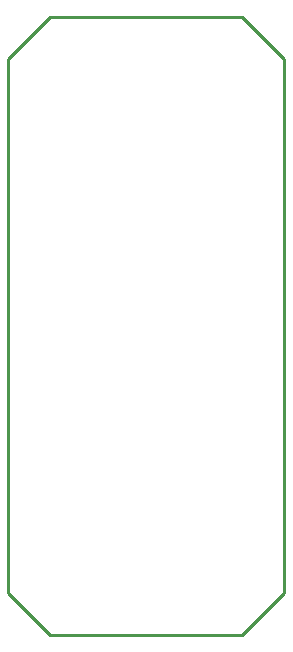
<source format=gm1>
G04*
G04 #@! TF.GenerationSoftware,Altium Limited,Altium Designer,20.2.6 (244)*
G04*
G04 Layer_Color=4612668*
%FSLAX25Y25*%
%MOIN*%
G70*
G04*
G04 #@! TF.SameCoordinates,D6E29031-34EE-49FC-8B92-4996805C0DD5*
G04*
G04*
G04 #@! TF.FilePolarity,Positive*
G04*
G01*
G75*
%ADD11C,0.01000*%
D11*
X-16000Y6000D02*
X-2000Y20000D01*
X62000D01*
X76000Y6000D01*
Y-172000D02*
Y6000D01*
X62000Y-186000D02*
X76000Y-172000D01*
X-2000Y-186000D02*
X62000D01*
X-16000Y-172000D02*
X-2000Y-186000D01*
X-16000Y-172000D02*
Y6000D01*
M02*

</source>
